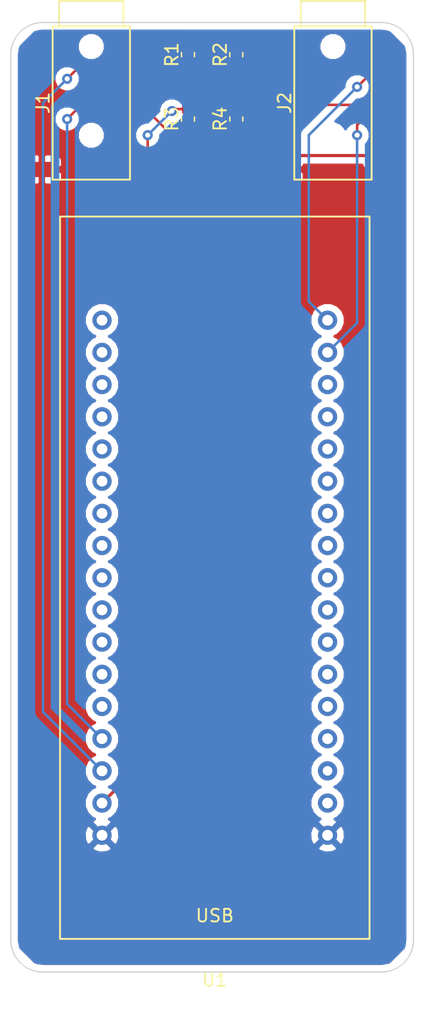
<source format=kicad_pcb>
(kicad_pcb (version 20171130) (host pcbnew 5.0.2-bee76a0~70~ubuntu18.04.1)

  (general
    (thickness 1.6)
    (drawings 8)
    (tracks 51)
    (zones 0)
    (modules 7)
    (nets 34)
  )

  (page A4)
  (layers
    (0 F.Cu signal)
    (31 B.Cu signal)
    (32 B.Adhes user)
    (33 F.Adhes user)
    (34 B.Paste user)
    (35 F.Paste user)
    (36 B.SilkS user)
    (37 F.SilkS user)
    (38 B.Mask user)
    (39 F.Mask user)
    (40 Dwgs.User user)
    (41 Cmts.User user)
    (42 Eco1.User user)
    (43 Eco2.User user)
    (44 Edge.Cuts user)
    (45 Margin user)
    (46 B.CrtYd user)
    (47 F.CrtYd user)
    (48 B.Fab user)
    (49 F.Fab user)
  )

  (setup
    (last_trace_width 0.2)
    (trace_clearance 0.2)
    (zone_clearance 0.508)
    (zone_45_only no)
    (trace_min 0.2)
    (segment_width 0.2)
    (edge_width 0.1)
    (via_size 0.8)
    (via_drill 0.4)
    (via_min_size 0.8)
    (via_min_drill 0.4)
    (uvia_size 0.3)
    (uvia_drill 0.1)
    (uvias_allowed no)
    (uvia_min_size 0.2)
    (uvia_min_drill 0.1)
    (pcb_text_width 0.3)
    (pcb_text_size 1.5 1.5)
    (mod_edge_width 0.15)
    (mod_text_size 1 1)
    (mod_text_width 0.15)
    (pad_size 1.5 1.5)
    (pad_drill 0.6)
    (pad_to_mask_clearance 0)
    (solder_mask_min_width 0.25)
    (aux_axis_origin 116.84 135.89)
    (visible_elements FFFFFF7F)
    (pcbplotparams
      (layerselection 0x010f0_ffffffff)
      (usegerberextensions false)
      (usegerberattributes false)
      (usegerberadvancedattributes false)
      (creategerberjobfile false)
      (excludeedgelayer true)
      (linewidth 0.100000)
      (plotframeref false)
      (viasonmask false)
      (mode 1)
      (useauxorigin false)
      (hpglpennumber 1)
      (hpglpenspeed 20)
      (hpglpendiameter 15.000000)
      (psnegative false)
      (psa4output false)
      (plotreference true)
      (plotvalue true)
      (plotinvisibletext false)
      (padsonsilk false)
      (subtractmaskfromsilk true)
      (outputformat 1)
      (mirror false)
      (drillshape 0)
      (scaleselection 1)
      (outputdirectory "gerber/"))
  )

  (net 0 "")
  (net 1 GND)
  (net 2 3V3)
  (net 3 SDA1)
  (net 4 SCL1)
  (net 5 SCL2)
  (net 6 SDA2)
  (net 7 "Net-(U1-Pad1)")
  (net 8 "Net-(U1-Pad2)")
  (net 9 "Net-(U1-Pad3)")
  (net 10 "Net-(U1-Pad4)")
  (net 11 "Net-(U1-Pad5)")
  (net 12 "Net-(U1-Pad6)")
  (net 13 "Net-(U1-Pad7)")
  (net 14 "Net-(U1-Pad8)")
  (net 15 "Net-(U1-Pad9)")
  (net 16 "Net-(U1-Pad10)")
  (net 17 "Net-(U1-Pad11)")
  (net 18 "Net-(U1-Pad12)")
  (net 19 "Net-(U1-Pad13)")
  (net 20 "Net-(U1-Pad19)")
  (net 21 "Net-(U1-Pad20)")
  (net 22 "Net-(U1-Pad21)")
  (net 23 "Net-(U1-Pad22)")
  (net 24 "Net-(U1-Pad23)")
  (net 25 "Net-(U1-Pad24)")
  (net 26 "Net-(U1-Pad25)")
  (net 27 "Net-(U1-Pad26)")
  (net 28 "Net-(U1-Pad27)")
  (net 29 "Net-(U1-Pad28)")
  (net 30 "Net-(U1-Pad29)")
  (net 31 "Net-(U1-Pad30)")
  (net 32 "Net-(U1-Pad31)")
  (net 33 "Net-(U1-Pad32)")

  (net_class Default "This is the default net class."
    (clearance 0.2)
    (trace_width 0.2)
    (via_dia 0.8)
    (via_drill 0.4)
    (uvia_dia 0.3)
    (uvia_drill 0.1)
    (add_net 3V3)
    (add_net GND)
    (add_net "Net-(U1-Pad1)")
    (add_net "Net-(U1-Pad10)")
    (add_net "Net-(U1-Pad11)")
    (add_net "Net-(U1-Pad12)")
    (add_net "Net-(U1-Pad13)")
    (add_net "Net-(U1-Pad19)")
    (add_net "Net-(U1-Pad2)")
    (add_net "Net-(U1-Pad20)")
    (add_net "Net-(U1-Pad21)")
    (add_net "Net-(U1-Pad22)")
    (add_net "Net-(U1-Pad23)")
    (add_net "Net-(U1-Pad24)")
    (add_net "Net-(U1-Pad25)")
    (add_net "Net-(U1-Pad26)")
    (add_net "Net-(U1-Pad27)")
    (add_net "Net-(U1-Pad28)")
    (add_net "Net-(U1-Pad29)")
    (add_net "Net-(U1-Pad3)")
    (add_net "Net-(U1-Pad30)")
    (add_net "Net-(U1-Pad31)")
    (add_net "Net-(U1-Pad32)")
    (add_net "Net-(U1-Pad4)")
    (add_net "Net-(U1-Pad5)")
    (add_net "Net-(U1-Pad6)")
    (add_net "Net-(U1-Pad7)")
    (add_net "Net-(U1-Pad8)")
    (add_net "Net-(U1-Pad9)")
    (add_net SCL1)
    (add_net SCL2)
    (add_net SDA1)
    (add_net SDA2)
  )

  (module library:TRRS_SMD_PJ320 (layer F.Cu) (tedit 5C163DAE) (tstamp 5BCDA8DD)
    (at 123.19 67.31 270)
    (path /5C162EB1)
    (fp_text reference J1 (at 0 3.81 270) (layer F.SilkS)
      (effects (font (size 1 1) (thickness 0.15)))
    )
    (fp_text value AudioJack4 (at 0 6.35 270) (layer F.Fab)
      (effects (font (size 1 1) (thickness 0.15)))
    )
    (fp_line (start -8.05 2.54) (end -6.05 2.54) (layer F.SilkS) (width 0.15))
    (fp_line (start -8.05 -2.54) (end -8.05 2.54) (layer F.SilkS) (width 0.15))
    (fp_line (start -6.05 -2.54) (end -8.05 -2.54) (layer F.SilkS) (width 0.15))
    (fp_line (start -6.05 3.05) (end -6.05 -3.05) (layer F.SilkS) (width 0.15))
    (fp_line (start 6.05 3.05) (end -6.05 3.05) (layer F.SilkS) (width 0.15))
    (fp_line (start 6.05 -3.05) (end 6.05 3.05) (layer F.SilkS) (width 0.15))
    (fp_line (start -6.05 -3.05) (end 6.05 -3.05) (layer F.SilkS) (width 0.15))
    (pad R2 smd rect (at -2.85 -3.9 270) (size 1.2 2) (layers F.Cu F.Paste F.Mask)
      (net 3 SDA1))
    (pad R1 smd rect (at 0.15 -3.9 270) (size 1.2 2) (layers F.Cu F.Paste F.Mask)
      (net 4 SCL1))
    (pad T smd rect (at 4.15 -3.9 270) (size 1.2 2) (layers F.Cu F.Paste F.Mask)
      (net 2 3V3))
    (pad S smd rect (at 5.25 3.9 270) (size 1.2 2) (layers F.Cu F.Paste F.Mask)
      (net 1 GND))
    (pad "" np_thru_hole circle (at 2.55 0 270) (size 0.95 0.95) (drill 0.95) (layers *.Cu *.Mask))
    (pad "" np_thru_hole circle (at -4.45 0 270) (size 0.95 0.95) (drill 0.95) (layers *.Cu *.Mask))
  )

  (module library:TRRS_SMD_PJ320 (layer F.Cu) (tedit 5C163DAE) (tstamp 5BCDA8EE)
    (at 142.24 67.31 270)
    (path /5C162F8A)
    (fp_text reference J2 (at 0 3.81 270) (layer F.SilkS)
      (effects (font (size 1 1) (thickness 0.15)))
    )
    (fp_text value AudioJack4 (at 0 -6.35 270) (layer F.Fab)
      (effects (font (size 1 1) (thickness 0.15)))
    )
    (fp_line (start -8.05 2.54) (end -6.05 2.54) (layer F.SilkS) (width 0.15))
    (fp_line (start -8.05 -2.54) (end -8.05 2.54) (layer F.SilkS) (width 0.15))
    (fp_line (start -6.05 -2.54) (end -8.05 -2.54) (layer F.SilkS) (width 0.15))
    (fp_line (start -6.05 3.05) (end -6.05 -3.05) (layer F.SilkS) (width 0.15))
    (fp_line (start 6.05 3.05) (end -6.05 3.05) (layer F.SilkS) (width 0.15))
    (fp_line (start 6.05 -3.05) (end 6.05 3.05) (layer F.SilkS) (width 0.15))
    (fp_line (start -6.05 -3.05) (end 6.05 -3.05) (layer F.SilkS) (width 0.15))
    (pad R2 smd rect (at -2.85 -3.9 270) (size 1.2 2) (layers F.Cu F.Paste F.Mask)
      (net 6 SDA2))
    (pad R1 smd rect (at 0.15 -3.9 270) (size 1.2 2) (layers F.Cu F.Paste F.Mask)
      (net 5 SCL2))
    (pad T smd rect (at 4.15 -3.9 270) (size 1.2 2) (layers F.Cu F.Paste F.Mask)
      (net 2 3V3))
    (pad S smd rect (at 5.25 3.9 270) (size 1.2 2) (layers F.Cu F.Paste F.Mask)
      (net 1 GND))
    (pad "" np_thru_hole circle (at 2.55 0 270) (size 0.95 0.95) (drill 0.95) (layers *.Cu *.Mask))
    (pad "" np_thru_hole circle (at -4.45 0 270) (size 0.95 0.95) (drill 0.95) (layers *.Cu *.Mask))
  )

  (module library:BlackPillSimple (layer F.Cu) (tedit 5BC1C1D7) (tstamp 5BCDA919)
    (at 132.925001 104.775001)
    (path /5BC1C845)
    (fp_text reference U1 (at 0 31.75) (layer F.SilkS)
      (effects (font (size 1 1) (thickness 0.15)))
    )
    (fp_text value BlackPillSymple (at 0 34.29) (layer F.Fab)
      (effects (font (size 1 1) (thickness 0.15)))
    )
    (fp_line (start 12.2 -28.5) (end 12.2 28.5) (layer F.SilkS) (width 0.15))
    (fp_line (start -12.2 -28.5) (end -12.2 28.5) (layer F.SilkS) (width 0.15))
    (fp_line (start -12.2 28.5) (end 12.2 28.5) (layer F.SilkS) (width 0.15))
    (fp_line (start -12.2 -28.5) (end 12.2 -28.5) (layer F.SilkS) (width 0.15))
    (fp_text user USB (at 0 26.67) (layer F.SilkS)
      (effects (font (size 1 1) (thickness 0.15)))
    )
    (pad 1 thru_hole circle (at -8.89 -20.32) (size 1.524 1.524) (drill 0.85) (layers *.Cu *.Mask)
      (net 7 "Net-(U1-Pad1)"))
    (pad 2 thru_hole circle (at -8.89 -17.78) (size 1.524 1.524) (drill 0.85) (layers *.Cu *.Mask)
      (net 8 "Net-(U1-Pad2)"))
    (pad 3 thru_hole circle (at -8.89 -15.24) (size 1.524 1.524) (drill 0.85) (layers *.Cu *.Mask)
      (net 9 "Net-(U1-Pad3)"))
    (pad 4 thru_hole circle (at -8.89 -12.7) (size 1.524 1.524) (drill 0.85) (layers *.Cu *.Mask)
      (net 10 "Net-(U1-Pad4)"))
    (pad 5 thru_hole circle (at -8.89 -10.16) (size 1.524 1.524) (drill 0.85) (layers *.Cu *.Mask)
      (net 11 "Net-(U1-Pad5)"))
    (pad 6 thru_hole circle (at -8.89 -7.62) (size 1.524 1.524) (drill 0.85) (layers *.Cu *.Mask)
      (net 12 "Net-(U1-Pad6)"))
    (pad 7 thru_hole circle (at -8.89 -5.08) (size 1.524 1.524) (drill 0.85) (layers *.Cu *.Mask)
      (net 13 "Net-(U1-Pad7)"))
    (pad 8 thru_hole circle (at -8.89 -2.54) (size 1.524 1.524) (drill 0.85) (layers *.Cu *.Mask)
      (net 14 "Net-(U1-Pad8)"))
    (pad 9 thru_hole circle (at -8.89 0) (size 1.524 1.524) (drill 0.85) (layers *.Cu *.Mask)
      (net 15 "Net-(U1-Pad9)"))
    (pad 10 thru_hole circle (at -8.89 2.54) (size 1.524 1.524) (drill 0.85) (layers *.Cu *.Mask)
      (net 16 "Net-(U1-Pad10)"))
    (pad 11 thru_hole circle (at -8.89 5.08) (size 1.524 1.524) (drill 0.85) (layers *.Cu *.Mask)
      (net 17 "Net-(U1-Pad11)"))
    (pad 12 thru_hole circle (at -8.89 7.62) (size 1.524 1.524) (drill 0.85) (layers *.Cu *.Mask)
      (net 18 "Net-(U1-Pad12)"))
    (pad 13 thru_hole circle (at -8.89 10.16) (size 1.524 1.524) (drill 0.85) (layers *.Cu *.Mask)
      (net 19 "Net-(U1-Pad13)"))
    (pad 14 thru_hole circle (at -8.89 12.7) (size 1.524 1.524) (drill 0.85) (layers *.Cu *.Mask)
      (net 4 SCL1))
    (pad 15 thru_hole circle (at -8.89 15.24) (size 1.524 1.524) (drill 0.85) (layers *.Cu *.Mask)
      (net 3 SDA1))
    (pad 16 thru_hole circle (at -8.89 17.78) (size 1.524 1.524) (drill 0.85) (layers *.Cu *.Mask)
      (net 2 3V3))
    (pad 17 thru_hole circle (at -8.89 20.32) (size 1.524 1.524) (drill 0.85) (layers *.Cu *.Mask)
      (net 1 GND))
    (pad 18 thru_hole circle (at 8.89 20.32) (size 1.524 1.524) (drill 0.85) (layers *.Cu *.Mask)
      (net 1 GND))
    (pad 19 thru_hole circle (at 8.89 17.78) (size 1.524 1.524) (drill 0.85) (layers *.Cu *.Mask)
      (net 20 "Net-(U1-Pad19)"))
    (pad 20 thru_hole circle (at 8.89 15.24) (size 1.524 1.524) (drill 0.762) (layers *.Cu *.Mask)
      (net 21 "Net-(U1-Pad20)"))
    (pad 21 thru_hole circle (at 8.89 12.7) (size 1.524 1.524) (drill 0.85) (layers *.Cu *.Mask)
      (net 22 "Net-(U1-Pad21)"))
    (pad 22 thru_hole circle (at 8.89 10.16) (size 1.524 1.524) (drill 0.85) (layers *.Cu *.Mask)
      (net 23 "Net-(U1-Pad22)"))
    (pad 23 thru_hole circle (at 8.89 7.62) (size 1.524 1.524) (drill 0.85) (layers *.Cu *.Mask)
      (net 24 "Net-(U1-Pad23)"))
    (pad 24 thru_hole circle (at 8.89 5.08) (size 1.524 1.524) (drill 0.85) (layers *.Cu *.Mask)
      (net 25 "Net-(U1-Pad24)"))
    (pad 25 thru_hole circle (at 8.89 2.54) (size 1.524 1.524) (drill 0.85) (layers *.Cu *.Mask)
      (net 26 "Net-(U1-Pad25)"))
    (pad 26 thru_hole circle (at 8.89 0) (size 1.524 1.524) (drill 0.85) (layers *.Cu *.Mask)
      (net 27 "Net-(U1-Pad26)"))
    (pad 27 thru_hole circle (at 8.89 -2.54) (size 1.524 1.524) (drill 0.85) (layers *.Cu *.Mask)
      (net 28 "Net-(U1-Pad27)"))
    (pad 28 thru_hole circle (at 8.89 -5.08) (size 1.524 1.524) (drill 0.85) (layers *.Cu *.Mask)
      (net 29 "Net-(U1-Pad28)"))
    (pad 29 thru_hole circle (at 8.89 -7.62) (size 1.524 1.524) (drill 0.85) (layers *.Cu *.Mask)
      (net 30 "Net-(U1-Pad29)"))
    (pad 30 thru_hole circle (at 8.89 -10.16) (size 1.524 1.524) (drill 0.85) (layers *.Cu *.Mask)
      (net 31 "Net-(U1-Pad30)"))
    (pad 31 thru_hole circle (at 8.89 -12.7) (size 1.524 1.524) (drill 0.85) (layers *.Cu *.Mask)
      (net 32 "Net-(U1-Pad31)"))
    (pad 32 thru_hole circle (at 8.89 -15.24) (size 1.524 1.524) (drill 0.85) (layers *.Cu *.Mask)
      (net 33 "Net-(U1-Pad32)"))
    (pad 33 thru_hole circle (at 8.89 -17.78) (size 1.524 1.524) (drill 0.85) (layers *.Cu *.Mask)
      (net 5 SCL2))
    (pad 34 thru_hole circle (at 8.89 -20.32) (size 1.524 1.524) (drill 0.85) (layers *.Cu *.Mask)
      (net 6 SDA2))
  )

  (module Resistor_SMD:R_0603_1608Metric (layer F.Cu) (tedit 5B301BBD) (tstamp 5C22C1A7)
    (at 130.81 63.5 90)
    (descr "Resistor SMD 0603 (1608 Metric), square (rectangular) end terminal, IPC_7351 nominal, (Body size source: http://www.tortai-tech.com/upload/download/2011102023233369053.pdf), generated with kicad-footprint-generator")
    (tags resistor)
    (path /5C163202)
    (attr smd)
    (fp_text reference R1 (at 0 -1.27 90) (layer F.SilkS)
      (effects (font (size 1 1) (thickness 0.15)))
    )
    (fp_text value "2.2 k" (at 0 1.43 90) (layer F.Fab)
      (effects (font (size 1 1) (thickness 0.15)))
    )
    (fp_text user %R (at 0 0 90) (layer F.Fab)
      (effects (font (size 0.4 0.4) (thickness 0.06)))
    )
    (fp_line (start 1.48 0.73) (end -1.48 0.73) (layer F.CrtYd) (width 0.05))
    (fp_line (start 1.48 -0.73) (end 1.48 0.73) (layer F.CrtYd) (width 0.05))
    (fp_line (start -1.48 -0.73) (end 1.48 -0.73) (layer F.CrtYd) (width 0.05))
    (fp_line (start -1.48 0.73) (end -1.48 -0.73) (layer F.CrtYd) (width 0.05))
    (fp_line (start -0.162779 0.51) (end 0.162779 0.51) (layer F.SilkS) (width 0.12))
    (fp_line (start -0.162779 -0.51) (end 0.162779 -0.51) (layer F.SilkS) (width 0.12))
    (fp_line (start 0.8 0.4) (end -0.8 0.4) (layer F.Fab) (width 0.1))
    (fp_line (start 0.8 -0.4) (end 0.8 0.4) (layer F.Fab) (width 0.1))
    (fp_line (start -0.8 -0.4) (end 0.8 -0.4) (layer F.Fab) (width 0.1))
    (fp_line (start -0.8 0.4) (end -0.8 -0.4) (layer F.Fab) (width 0.1))
    (pad 2 smd roundrect (at 0.7875 0 90) (size 0.875 0.95) (layers F.Cu F.Paste F.Mask) (roundrect_rratio 0.25)
      (net 3 SDA1))
    (pad 1 smd roundrect (at -0.7875 0 90) (size 0.875 0.95) (layers F.Cu F.Paste F.Mask) (roundrect_rratio 0.25)
      (net 2 3V3))
    (model ${KISYS3DMOD}/Resistor_SMD.3dshapes/R_0603_1608Metric.wrl
      (at (xyz 0 0 0))
      (scale (xyz 1 1 1))
      (rotate (xyz 0 0 0))
    )
  )

  (module Resistor_SMD:R_0603_1608Metric (layer F.Cu) (tedit 5B301BBD) (tstamp 5C22C1B8)
    (at 134.62 63.5 90)
    (descr "Resistor SMD 0603 (1608 Metric), square (rectangular) end terminal, IPC_7351 nominal, (Body size source: http://www.tortai-tech.com/upload/download/2011102023233369053.pdf), generated with kicad-footprint-generator")
    (tags resistor)
    (path /5C1632D5)
    (attr smd)
    (fp_text reference R2 (at 0 -1.27 90) (layer F.SilkS)
      (effects (font (size 1 1) (thickness 0.15)))
    )
    (fp_text value "2.2 k" (at 0 1.43 90) (layer F.Fab)
      (effects (font (size 1 1) (thickness 0.15)))
    )
    (fp_text user %R (at 0 0 90) (layer F.Fab)
      (effects (font (size 0.4 0.4) (thickness 0.06)))
    )
    (fp_line (start 1.48 0.73) (end -1.48 0.73) (layer F.CrtYd) (width 0.05))
    (fp_line (start 1.48 -0.73) (end 1.48 0.73) (layer F.CrtYd) (width 0.05))
    (fp_line (start -1.48 -0.73) (end 1.48 -0.73) (layer F.CrtYd) (width 0.05))
    (fp_line (start -1.48 0.73) (end -1.48 -0.73) (layer F.CrtYd) (width 0.05))
    (fp_line (start -0.162779 0.51) (end 0.162779 0.51) (layer F.SilkS) (width 0.12))
    (fp_line (start -0.162779 -0.51) (end 0.162779 -0.51) (layer F.SilkS) (width 0.12))
    (fp_line (start 0.8 0.4) (end -0.8 0.4) (layer F.Fab) (width 0.1))
    (fp_line (start 0.8 -0.4) (end 0.8 0.4) (layer F.Fab) (width 0.1))
    (fp_line (start -0.8 -0.4) (end 0.8 -0.4) (layer F.Fab) (width 0.1))
    (fp_line (start -0.8 0.4) (end -0.8 -0.4) (layer F.Fab) (width 0.1))
    (pad 2 smd roundrect (at 0.7875 0 90) (size 0.875 0.95) (layers F.Cu F.Paste F.Mask) (roundrect_rratio 0.25)
      (net 6 SDA2))
    (pad 1 smd roundrect (at -0.7875 0 90) (size 0.875 0.95) (layers F.Cu F.Paste F.Mask) (roundrect_rratio 0.25)
      (net 2 3V3))
    (model ${KISYS3DMOD}/Resistor_SMD.3dshapes/R_0603_1608Metric.wrl
      (at (xyz 0 0 0))
      (scale (xyz 1 1 1))
      (rotate (xyz 0 0 0))
    )
  )

  (module Resistor_SMD:R_0603_1608Metric (layer F.Cu) (tedit 5B301BBD) (tstamp 5C22C1C9)
    (at 130.81 68.58 270)
    (descr "Resistor SMD 0603 (1608 Metric), square (rectangular) end terminal, IPC_7351 nominal, (Body size source: http://www.tortai-tech.com/upload/download/2011102023233369053.pdf), generated with kicad-footprint-generator")
    (tags resistor)
    (path /5C1630EE)
    (attr smd)
    (fp_text reference R3 (at 0 1.27 270) (layer F.SilkS)
      (effects (font (size 1 1) (thickness 0.15)))
    )
    (fp_text value "2.2 k" (at 0 -1.27 270) (layer F.Fab)
      (effects (font (size 1 1) (thickness 0.15)))
    )
    (fp_line (start -0.8 0.4) (end -0.8 -0.4) (layer F.Fab) (width 0.1))
    (fp_line (start -0.8 -0.4) (end 0.8 -0.4) (layer F.Fab) (width 0.1))
    (fp_line (start 0.8 -0.4) (end 0.8 0.4) (layer F.Fab) (width 0.1))
    (fp_line (start 0.8 0.4) (end -0.8 0.4) (layer F.Fab) (width 0.1))
    (fp_line (start -0.162779 -0.51) (end 0.162779 -0.51) (layer F.SilkS) (width 0.12))
    (fp_line (start -0.162779 0.51) (end 0.162779 0.51) (layer F.SilkS) (width 0.12))
    (fp_line (start -1.48 0.73) (end -1.48 -0.73) (layer F.CrtYd) (width 0.05))
    (fp_line (start -1.48 -0.73) (end 1.48 -0.73) (layer F.CrtYd) (width 0.05))
    (fp_line (start 1.48 -0.73) (end 1.48 0.73) (layer F.CrtYd) (width 0.05))
    (fp_line (start 1.48 0.73) (end -1.48 0.73) (layer F.CrtYd) (width 0.05))
    (fp_text user %R (at 0 0 270) (layer F.Fab)
      (effects (font (size 0.4 0.4) (thickness 0.06)))
    )
    (pad 1 smd roundrect (at -0.7875 0 270) (size 0.875 0.95) (layers F.Cu F.Paste F.Mask) (roundrect_rratio 0.25)
      (net 2 3V3))
    (pad 2 smd roundrect (at 0.7875 0 270) (size 0.875 0.95) (layers F.Cu F.Paste F.Mask) (roundrect_rratio 0.25)
      (net 4 SCL1))
    (model ${KISYS3DMOD}/Resistor_SMD.3dshapes/R_0603_1608Metric.wrl
      (at (xyz 0 0 0))
      (scale (xyz 1 1 1))
      (rotate (xyz 0 0 0))
    )
  )

  (module Resistor_SMD:R_0603_1608Metric (layer F.Cu) (tedit 5B301BBD) (tstamp 5C22C1DA)
    (at 134.62 68.58 270)
    (descr "Resistor SMD 0603 (1608 Metric), square (rectangular) end terminal, IPC_7351 nominal, (Body size source: http://www.tortai-tech.com/upload/download/2011102023233369053.pdf), generated with kicad-footprint-generator")
    (tags resistor)
    (path /5C1632C7)
    (attr smd)
    (fp_text reference R4 (at 0 1.27 270) (layer F.SilkS)
      (effects (font (size 1 1) (thickness 0.15)))
    )
    (fp_text value "2.2 k" (at 0 -1.27 270) (layer F.Fab)
      (effects (font (size 1 1) (thickness 0.15)))
    )
    (fp_line (start -0.8 0.4) (end -0.8 -0.4) (layer F.Fab) (width 0.1))
    (fp_line (start -0.8 -0.4) (end 0.8 -0.4) (layer F.Fab) (width 0.1))
    (fp_line (start 0.8 -0.4) (end 0.8 0.4) (layer F.Fab) (width 0.1))
    (fp_line (start 0.8 0.4) (end -0.8 0.4) (layer F.Fab) (width 0.1))
    (fp_line (start -0.162779 -0.51) (end 0.162779 -0.51) (layer F.SilkS) (width 0.12))
    (fp_line (start -0.162779 0.51) (end 0.162779 0.51) (layer F.SilkS) (width 0.12))
    (fp_line (start -1.48 0.73) (end -1.48 -0.73) (layer F.CrtYd) (width 0.05))
    (fp_line (start -1.48 -0.73) (end 1.48 -0.73) (layer F.CrtYd) (width 0.05))
    (fp_line (start 1.48 -0.73) (end 1.48 0.73) (layer F.CrtYd) (width 0.05))
    (fp_line (start 1.48 0.73) (end -1.48 0.73) (layer F.CrtYd) (width 0.05))
    (fp_text user %R (at 0 0 270) (layer F.Fab)
      (effects (font (size 0.4 0.4) (thickness 0.06)))
    )
    (pad 1 smd roundrect (at -0.7875 0 270) (size 0.875 0.95) (layers F.Cu F.Paste F.Mask) (roundrect_rratio 0.25)
      (net 2 3V3))
    (pad 2 smd roundrect (at 0.7875 0 270) (size 0.875 0.95) (layers F.Cu F.Paste F.Mask) (roundrect_rratio 0.25)
      (net 5 SCL2))
    (model ${KISYS3DMOD}/Resistor_SMD.3dshapes/R_0603_1608Metric.wrl
      (at (xyz 0 0 0))
      (scale (xyz 1 1 1))
      (rotate (xyz 0 0 0))
    )
  )

  (gr_line (start 146.05 60.96) (end 119.38 60.96) (layer Edge.Cuts) (width 0.1))
  (gr_arc (start 146.05 63.5) (end 148.59 63.5) (angle -90) (layer Edge.Cuts) (width 0.1))
  (gr_arc (start 119.38 63.5) (end 119.38 60.96) (angle -90) (layer Edge.Cuts) (width 0.1))
  (gr_arc (start 119.38 133.35) (end 116.84 133.35) (angle -90) (layer Edge.Cuts) (width 0.1))
  (gr_arc (start 146.05 133.35) (end 146.05 135.89) (angle -90) (layer Edge.Cuts) (width 0.1))
  (gr_line (start 119.38 135.89) (end 146.05 135.89) (layer Edge.Cuts) (width 0.1))
  (gr_line (start 148.59 133.35) (end 148.59 63.5) (layer Edge.Cuts) (width 0.1))
  (gr_line (start 116.84 63.5) (end 116.84 133.35) (layer Edge.Cuts) (width 0.1))

  (segment (start 145.54 71.46) (end 126.49 71.46) (width 0.25) (layer F.Cu) (net 2))
  (segment (start 126.49 120.100002) (end 124.035001 122.555001) (width 0.25) (layer F.Cu) (net 2))
  (segment (start 126.49 71.46) (end 126.49 120.100002) (width 0.25) (layer F.Cu) (net 2))
  (segment (start 130.81 64.2875) (end 130.81 67.7925) (width 0.2) (layer F.Cu) (net 2))
  (segment (start 134.62 64.2875) (end 134.62 67.7925) (width 0.2) (layer F.Cu) (net 2))
  (segment (start 134.62 67.7925) (end 130.81 67.7925) (width 0.2) (layer F.Cu) (net 2))
  (via (at 129.54 67.945) (size 0.8) (drill 0.4) (layers F.Cu B.Cu) (net 2))
  (segment (start 130.81 67.7925) (end 129.6925 67.7925) (width 0.2) (layer F.Cu) (net 2))
  (segment (start 129.6925 67.7925) (end 129.54 67.945) (width 0.2) (layer F.Cu) (net 2))
  (via (at 127.635 69.85) (size 0.8) (drill 0.4) (layers F.Cu B.Cu) (net 2))
  (segment (start 129.54 67.945) (end 127.635 69.85) (width 0.2) (layer B.Cu) (net 2))
  (segment (start 127.635 70.915) (end 127.09 71.46) (width 0.2) (layer F.Cu) (net 2))
  (segment (start 127.635 69.85) (end 127.635 70.915) (width 0.2) (layer F.Cu) (net 2))
  (segment (start 127.09 63.66) (end 127.09 64.46) (width 0.2) (layer F.Cu) (net 3))
  (segment (start 128.0375 62.7125) (end 127.09 63.66) (width 0.2) (layer F.Cu) (net 3))
  (segment (start 130.81 62.7125) (end 128.0375 62.7125) (width 0.2) (layer F.Cu) (net 3))
  (segment (start 127.09 64.46) (end 122.23 64.46) (width 0.2) (layer F.Cu) (net 3))
  (via (at 121.285 65.405) (size 0.8) (drill 0.4) (layers F.Cu B.Cu) (net 3))
  (segment (start 122.23 64.46) (end 121.285 65.405) (width 0.2) (layer F.Cu) (net 3))
  (segment (start 121.285 65.405) (end 119.38 67.31) (width 0.2) (layer B.Cu) (net 3))
  (segment (start 119.38 115.36) (end 124.035001 120.015001) (width 0.2) (layer B.Cu) (net 3))
  (segment (start 119.38 67.31) (end 119.38 115.36) (width 0.2) (layer B.Cu) (net 3))
  (segment (start 127.15 67.46) (end 127.09 67.46) (width 0.2) (layer F.Cu) (net 4))
  (segment (start 130.81 69.3675) (end 129.0575 69.3675) (width 0.2) (layer F.Cu) (net 4))
  (segment (start 129.0575 69.3675) (end 127.15 67.46) (width 0.2) (layer F.Cu) (net 4))
  (via (at 121.285 68.58) (size 0.8) (drill 0.4) (layers F.Cu B.Cu) (net 4))
  (segment (start 127.09 67.46) (end 122.405 67.46) (width 0.2) (layer F.Cu) (net 4))
  (segment (start 122.405 67.46) (end 121.285 68.58) (width 0.2) (layer F.Cu) (net 4))
  (segment (start 121.285 114.725) (end 124.035001 117.475001) (width 0.2) (layer B.Cu) (net 4))
  (segment (start 121.285 68.58) (end 121.285 114.725) (width 0.2) (layer B.Cu) (net 4))
  (segment (start 144.94 67.46) (end 146.14 67.46) (width 0.2) (layer F.Cu) (net 5))
  (segment (start 137.1025 67.46) (end 144.94 67.46) (width 0.2) (layer F.Cu) (net 5))
  (segment (start 135.195 69.3675) (end 137.1025 67.46) (width 0.2) (layer F.Cu) (net 5))
  (segment (start 134.62 69.3675) (end 135.195 69.3675) (width 0.2) (layer F.Cu) (net 5))
  (via (at 144.145 69.85) (size 0.8) (drill 0.4) (layers F.Cu B.Cu) (net 5))
  (segment (start 144.145 69.055) (end 144.145 69.85) (width 0.2) (layer F.Cu) (net 5))
  (segment (start 146.14 67.46) (end 145.74 67.46) (width 0.2) (layer F.Cu) (net 5))
  (segment (start 145.74 67.46) (end 144.145 69.055) (width 0.2) (layer F.Cu) (net 5))
  (segment (start 144.145 84.665002) (end 141.815001 86.995001) (width 0.2) (layer B.Cu) (net 5))
  (segment (start 144.145 69.85) (end 144.145 84.665002) (width 0.2) (layer B.Cu) (net 5))
  (segment (start 144.94 64.46) (end 146.14 64.46) (width 0.2) (layer F.Cu) (net 6))
  (segment (start 135.195 62.7125) (end 136.9425 64.46) (width 0.2) (layer F.Cu) (net 6))
  (segment (start 136.9425 64.46) (end 144.94 64.46) (width 0.2) (layer F.Cu) (net 6))
  (segment (start 134.62 62.7125) (end 135.195 62.7125) (width 0.2) (layer F.Cu) (net 6))
  (via (at 144.145 66.04) (size 0.8) (drill 0.4) (layers F.Cu B.Cu) (net 6))
  (segment (start 146.14 64.46) (end 145.74 64.46) (width 0.2) (layer F.Cu) (net 6))
  (segment (start 144.16 66.04) (end 144.145 66.04) (width 0.2) (layer F.Cu) (net 6))
  (segment (start 145.74 64.46) (end 144.16 66.04) (width 0.2) (layer F.Cu) (net 6))
  (segment (start 144.145 66.04) (end 140.335 69.85) (width 0.2) (layer B.Cu) (net 6))
  (segment (start 140.335 82.975) (end 141.815001 84.455001) (width 0.2) (layer B.Cu) (net 6))
  (segment (start 140.335 69.85) (end 140.335 82.975) (width 0.2) (layer B.Cu) (net 6))

  (zone (net 1) (net_name GND) (layer F.Cu) (tstamp 5BD56CA3) (hatch edge 0.508)
    (connect_pads (clearance 0.508))
    (min_thickness 0.254)
    (fill yes (arc_segments 16) (thermal_gap 0.508) (thermal_bridge_width 0.508))
    (polygon
      (pts
        (xy 146.05 60.96) (xy 148.59 63.5) (xy 148.59 133.35) (xy 146.05 135.89) (xy 119.38 135.89)
        (xy 116.84 133.35) (xy 116.84 63.5) (xy 119.38 60.96)
      )
    )
    (filled_polygon
      (pts
        (xy 130.222273 61.693495) (xy 129.941261 61.881261) (xy 129.876956 61.9775) (xy 128.109883 61.9775) (xy 128.037499 61.963102)
        (xy 127.965115 61.9775) (xy 127.965112 61.9775) (xy 127.750717 62.020146) (xy 127.507595 62.182595) (xy 127.46659 62.243963)
        (xy 126.621465 63.089089) (xy 126.560095 63.130095) (xy 126.504994 63.21256) (xy 126.09 63.21256) (xy 125.842235 63.261843)
        (xy 125.632191 63.402191) (xy 125.491843 63.612235) (xy 125.469413 63.725) (xy 123.894776 63.725) (xy 124.131012 63.488764)
        (xy 124.3 63.080793) (xy 124.3 62.639207) (xy 124.131012 62.231236) (xy 123.818764 61.918988) (xy 123.410793 61.75)
        (xy 122.969207 61.75) (xy 122.561236 61.918988) (xy 122.248988 62.231236) (xy 122.08 62.639207) (xy 122.08 63.080793)
        (xy 122.248988 63.488764) (xy 122.485224 63.725) (xy 122.302384 63.725) (xy 122.23 63.710602) (xy 122.157616 63.725)
        (xy 122.157612 63.725) (xy 121.943217 63.767646) (xy 121.700095 63.930095) (xy 121.659091 63.991462) (xy 121.280553 64.37)
        (xy 121.079126 64.37) (xy 120.69872 64.527569) (xy 120.407569 64.81872) (xy 120.25 65.199126) (xy 120.25 65.610874)
        (xy 120.407569 65.99128) (xy 120.69872 66.282431) (xy 121.079126 66.44) (xy 121.490874 66.44) (xy 121.87128 66.282431)
        (xy 122.162431 65.99128) (xy 122.32 65.610874) (xy 122.32 65.409447) (xy 122.534447 65.195) (xy 125.469413 65.195)
        (xy 125.491843 65.307765) (xy 125.632191 65.517809) (xy 125.842235 65.658157) (xy 126.09 65.70744) (xy 128.09 65.70744)
        (xy 128.337765 65.658157) (xy 128.547809 65.517809) (xy 128.688157 65.307765) (xy 128.73744 65.06) (xy 128.73744 63.86)
        (xy 128.688157 63.612235) (xy 128.578084 63.4475) (xy 129.876956 63.4475) (xy 129.912036 63.5) (xy 129.753495 63.737273)
        (xy 129.68756 64.06875) (xy 129.68756 64.50625) (xy 129.753495 64.837727) (xy 129.941261 65.118739) (xy 130.075 65.208101)
        (xy 130.075001 66.871899) (xy 129.941261 66.961261) (xy 129.925733 66.9845) (xy 129.745874 66.91) (xy 129.334126 66.91)
        (xy 128.95372 67.067569) (xy 128.73744 67.283849) (xy 128.73744 66.86) (xy 128.688157 66.612235) (xy 128.547809 66.402191)
        (xy 128.337765 66.261843) (xy 128.09 66.21256) (xy 126.09 66.21256) (xy 125.842235 66.261843) (xy 125.632191 66.402191)
        (xy 125.491843 66.612235) (xy 125.469413 66.725) (xy 122.477383 66.725) (xy 122.404999 66.710602) (xy 122.332615 66.725)
        (xy 122.332612 66.725) (xy 122.118217 66.767646) (xy 121.875095 66.930095) (xy 121.83409 66.991463) (xy 121.280554 67.545)
        (xy 121.079126 67.545) (xy 120.69872 67.702569) (xy 120.407569 67.99372) (xy 120.25 68.374126) (xy 120.25 68.785874)
        (xy 120.407569 69.16628) (xy 120.69872 69.457431) (xy 121.079126 69.615) (xy 121.490874 69.615) (xy 121.87128 69.457431)
        (xy 122.162431 69.16628) (xy 122.32 68.785874) (xy 122.32 68.584446) (xy 122.709447 68.195) (xy 125.469413 68.195)
        (xy 125.491843 68.307765) (xy 125.632191 68.517809) (xy 125.842235 68.658157) (xy 126.09 68.70744) (xy 127.357994 68.70744)
        (xy 127.465554 68.815) (xy 127.429126 68.815) (xy 127.04872 68.972569) (xy 126.757569 69.26372) (xy 126.6 69.644126)
        (xy 126.6 70.055874) (xy 126.664901 70.21256) (xy 126.09 70.21256) (xy 125.842235 70.261843) (xy 125.632191 70.402191)
        (xy 125.491843 70.612235) (xy 125.44256 70.86) (xy 125.44256 72.06) (xy 125.491843 72.307765) (xy 125.632191 72.517809)
        (xy 125.73 72.583163) (xy 125.730001 119.785199) (xy 125.432001 120.083199) (xy 125.432001 119.73712) (xy 125.219321 119.223664)
        (xy 124.826338 118.830681) (xy 124.619488 118.745001) (xy 124.826338 118.659321) (xy 125.219321 118.266338) (xy 125.432001 117.752882)
        (xy 125.432001 117.19712) (xy 125.219321 116.683664) (xy 124.826338 116.290681) (xy 124.619488 116.205001) (xy 124.826338 116.119321)
        (xy 125.219321 115.726338) (xy 125.432001 115.212882) (xy 125.432001 114.65712) (xy 125.219321 114.143664) (xy 124.826338 113.750681)
        (xy 124.619488 113.665001) (xy 124.826338 113.579321) (xy 125.219321 113.186338) (xy 125.432001 112.672882) (xy 125.432001 112.11712)
        (xy 125.219321 111.603664) (xy 124.826338 111.210681) (xy 124.619488 111.125001) (xy 124.826338 111.039321) (xy 125.219321 110.646338)
        (xy 125.432001 110.132882) (xy 125.432001 109.57712) (xy 125.219321 109.063664) (xy 124.826338 108.670681) (xy 124.619488 108.585001)
        (xy 124.826338 108.499321) (xy 125.219321 108.106338) (xy 125.432001 107.592882) (xy 125.432001 107.03712) (xy 125.219321 106.523664)
        (xy 124.826338 106.130681) (xy 124.619488 106.045001) (xy 124.826338 105.959321) (xy 125.219321 105.566338) (xy 125.432001 105.052882)
        (xy 125.432001 104.49712) (xy 125.219321 103.983664) (xy 124.826338 103.590681) (xy 124.619488 103.505001) (xy 124.826338 103.419321)
        (xy 125.219321 103.026338) (xy 125.432001 102.512882) (xy 125.432001 101.95712) (xy 125.219321 101.443664) (xy 124.826338 101.050681)
        (xy 124.619488 100.965001) (xy 124.826338 100.879321) (xy 125.219321 100.486338) (xy 125.432001 99.972882) (xy 125.432001 99.41712)
        (xy 125.219321 98.903664) (xy 124.826338 98.510681) (xy 124.619488 98.425001) (xy 124.826338 98.339321) (xy 125.219321 97.946338)
        (xy 125.432001 97.432882) (xy 125.432001 96.87712) (xy 125.219321 96.363664) (xy 124.826338 95.970681) (xy 124.619488 95.885001)
        (xy 124.826338 95.799321) (xy 125.219321 95.406338) (xy 125.432001 94.892882) (xy 125.432001 94.33712) (xy 125.219321 93.823664)
        (xy 124.826338 93.430681) (xy 124.619488 93.345001) (xy 124.826338 93.259321) (xy 125.219321 92.866338) (xy 125.432001 92.352882)
        (xy 125.432001 91.79712) (xy 125.219321 91.283664) (xy 124.826338 90.890681) (xy 124.619488 90.805001) (xy 124.826338 90.719321)
        (xy 125.219321 90.326338) (xy 125.432001 89.812882) (xy 125.432001 89.25712) (xy 125.219321 88.743664) (xy 124.826338 88.350681)
        (xy 124.619488 88.265001) (xy 124.826338 88.179321) (xy 125.219321 87.786338) (xy 125.432001 87.272882) (xy 125.432001 86.71712)
        (xy 125.219321 86.203664) (xy 124.826338 85.810681) (xy 124.619488 85.725001) (xy 124.826338 85.639321) (xy 125.219321 85.246338)
        (xy 125.432001 84.732882) (xy 125.432001 84.17712) (xy 125.219321 83.663664) (xy 124.826338 83.270681) (xy 124.312882 83.058001)
        (xy 123.75712 83.058001) (xy 123.243664 83.270681) (xy 122.850681 83.663664) (xy 122.638001 84.17712) (xy 122.638001 84.732882)
        (xy 122.850681 85.246338) (xy 123.243664 85.639321) (xy 123.450514 85.725001) (xy 123.243664 85.810681) (xy 122.850681 86.203664)
        (xy 122.638001 86.71712) (xy 122.638001 87.272882) (xy 122.850681 87.786338) (xy 123.243664 88.179321) (xy 123.450514 88.265001)
        (xy 123.243664 88.350681) (xy 122.850681 88.743664) (xy 122.638001 89.25712) (xy 122.638001 89.812882) (xy 122.850681 90.326338)
        (xy 123.243664 90.719321) (xy 123.450514 90.805001) (xy 123.243664 90.890681) (xy 122.850681 91.283664) (xy 122.638001 91.79712)
        (xy 122.638001 92.352882) (xy 122.850681 92.866338) (xy 123.243664 93.259321) (xy 123.450514 93.345001) (xy 123.243664 93.430681)
        (xy 122.850681 93.823664) (xy 122.638001 94.33712) (xy 122.638001 94.892882) (xy 122.850681 95.406338) (xy 123.243664 95.799321)
        (xy 123.450514 95.885001) (xy 123.243664 95.970681) (xy 122.850681 96.363664) (xy 122.638001 96.87712) (xy 122.638001 97.432882)
        (xy 122.850681 97.946338) (xy 123.243664 98.339321) (xy 123.450514 98.425001) (xy 123.243664 98.510681) (xy 122.850681 98.903664)
        (xy 122.638001 99.41712) (xy 122.638001 99.972882) (xy 122.850681 100.486338) (xy 123.243664 100.879321) (xy 123.450514 100.965001)
        (xy 123.243664 101.050681) (xy 122.850681 101.443664) (xy 122.638001 101.95712) (xy 122.638001 102.512882) (xy 122.850681 103.026338)
        (xy 123.243664 103.419321) (xy 123.450514 103.505001) (xy 123.243664 103.590681) (xy 122.850681 103.983664) (xy 122.638001 104.49712)
        (xy 122.638001 105.052882) (xy 122.850681 105.566338) (xy 123.243664 105.959321) (xy 123.450514 106.045001) (xy 123.243664 106.130681)
        (xy 122.850681 106.523664) (xy 122.638001 107.03712) (xy 122.638001 107.592882) (xy 122.850681 108.106338) (xy 123.243664 108.499321)
        (xy 123.450514 108.585001) (xy 123.243664 108.670681) (xy 122.850681 109.063664) (xy 122.638001 109.57712) (xy 122.638001 110.132882)
        (xy 122.850681 110.646338) (xy 123.243664 111.039321) (xy 123.450514 111.125001) (xy 123.243664 111.210681) (xy 122.850681 111.603664)
        (xy 122.638001 112.11712) (xy 122.638001 112.672882) (xy 122.850681 113.186338) (xy 123.243664 113.579321) (xy 123.450514 113.665001)
        (xy 123.243664 113.750681) (xy 122.850681 114.143664) (xy 122.638001 114.65712) (xy 122.638001 115.212882) (xy 122.850681 115.726338)
        (xy 123.243664 116.119321) (xy 123.450514 116.205001) (xy 123.243664 116.290681) (xy 122.850681 116.683664) (xy 122.638001 117.19712)
        (xy 122.638001 117.752882) (xy 122.850681 118.266338) (xy 123.243664 118.659321) (xy 123.450514 118.745001) (xy 123.243664 118.830681)
        (xy 122.850681 119.223664) (xy 122.638001 119.73712) (xy 122.638001 120.292882) (xy 122.850681 120.806338) (xy 123.243664 121.199321)
        (xy 123.450514 121.285001) (xy 123.243664 121.370681) (xy 122.850681 121.763664) (xy 122.638001 122.27712) (xy 122.638001 122.832882)
        (xy 122.850681 123.346338) (xy 123.243664 123.739321) (xy 123.434648 123.818429) (xy 123.303858 123.872604) (xy 123.234393 124.114788)
        (xy 124.035001 124.915396) (xy 124.835609 124.114788) (xy 124.766144 123.872604) (xy 124.625608 123.822466) (xy 124.826338 123.739321)
        (xy 125.219321 123.346338) (xy 125.432001 122.832882) (xy 125.432001 122.27712) (xy 125.419021 122.245783) (xy 126.974473 120.690331)
        (xy 127.037929 120.647931) (xy 127.205904 120.396539) (xy 127.25 120.174854) (xy 127.25 120.174849) (xy 127.264888 120.100002)
        (xy 127.25 120.025155) (xy 127.25 84.17712) (xy 140.418001 84.17712) (xy 140.418001 84.732882) (xy 140.630681 85.246338)
        (xy 141.023664 85.639321) (xy 141.230514 85.725001) (xy 141.023664 85.810681) (xy 140.630681 86.203664) (xy 140.418001 86.71712)
        (xy 140.418001 87.272882) (xy 140.630681 87.786338) (xy 141.023664 88.179321) (xy 141.230514 88.265001) (xy 141.023664 88.350681)
        (xy 140.630681 88.743664) (xy 140.418001 89.25712) (xy 140.418001 89.812882) (xy 140.630681 90.326338) (xy 141.023664 90.719321)
        (xy 141.230514 90.805001) (xy 141.023664 90.890681) (xy 140.630681 91.283664) (xy 140.418001 91.79712) (xy 140.418001 92.352882)
        (xy 140.630681 92.866338) (xy 141.023664 93.259321) (xy 141.230514 93.345001) (xy 141.023664 93.430681) (xy 140.630681 93.823664)
        (xy 140.418001 94.33712) (xy 140.418001 94.892882) (xy 140.630681 95.406338) (xy 141.023664 95.799321) (xy 141.230514 95.885001)
        (xy 141.023664 95.970681) (xy 140.630681 96.363664) (xy 140.418001 96.87712) (xy 140.418001 97.432882) (xy 140.630681 97.946338)
        (xy 141.023664 98.339321) (xy 141.230514 98.425001) (xy 141.023664 98.510681) (xy 140.630681 98.903664) (xy 140.418001 99.41712)
        (xy 140.418001 99.972882) (xy 140.630681 100.486338) (xy 141.023664 100.879321) (xy 141.230514 100.965001) (xy 141.023664 101.050681)
        (xy 140.630681 101.443664) (xy 140.418001 101.95712) (xy 140.418001 102.512882) (xy 140.630681 103.026338) (xy 141.023664 103.419321)
        (xy 141.230514 103.505001) (xy 141.023664 103.590681) (xy 140.630681 103.983664) (xy 140.418001 104.49712) (xy 140.418001 105.052882)
        (xy 140.630681 105.566338) (xy 141.023664 105.959321) (xy 141.230514 106.045001) (xy 141.023664 106.130681) (xy 140.630681 106.523664)
        (xy 140.418001 107.03712) (xy 140.418001 107.592882) (xy 140.630681 108.106338) (xy 141.023664 108.499321) (xy 141.230514 108.585001)
        (xy 141.023664 108.670681) (xy 140.630681 109.063664) (xy 140.418001 109.57712) (xy 140.418001 110.132882) (xy 140.630681 110.646338)
        (xy 141.023664 111.039321) (xy 141.230514 111.125001) (xy 141.023664 111.210681) (xy 140.630681 111.603664) (xy 140.418001 112.11712)
        (xy 140.418001 112.672882) (xy 140.630681 113.186338) (xy 141.023664 113.579321) (xy 141.230514 113.665001) (xy 141.023664 113.750681)
        (xy 140.630681 114.143664) (xy 140.418001 114.65712) (xy 140.418001 115.212882) (xy 140.630681 115.726338) (xy 141.023664 116.119321)
        (xy 141.230514 116.205001) (xy 141.023664 116.290681) (xy 140.630681 116.683664) (xy 140.418001 117.19712) (xy 140.418001 117.752882)
        (xy 140.630681 118.266338) (xy 141.023664 118.659321) (xy 141.230514 118.745001) (xy 141.023664 118.830681) (xy 140.630681 119.223664)
        (xy 140.418001 119.73712) (xy 140.418001 120.292882) (xy 140.630681 120.806338) (xy 141.023664 121.199321) (xy 141.230514 121.285001)
        (xy 141.023664 121.370681) (xy 140.630681 121.763664) (xy 140.418001 122.27712) (xy 140.418001 122.832882) (xy 140.630681 123.346338)
        (xy 141.023664 123.739321) (xy 141.214648 123.818429) (xy 141.083858 123.872604) (xy 141.014393 124.114788) (xy 141.815001 124.915396)
        (xy 142.615609 124.114788) (xy 142.546144 123.872604) (xy 142.405608 123.822466) (xy 142.606338 123.739321) (xy 142.999321 123.346338)
        (xy 143.212001 122.832882) (xy 143.212001 122.27712) (xy 142.999321 121.763664) (xy 142.606338 121.370681) (xy 142.399488 121.285001)
        (xy 142.606338 121.199321) (xy 142.999321 120.806338) (xy 143.212001 120.292882) (xy 143.212001 119.73712) (xy 142.999321 119.223664)
        (xy 142.606338 118.830681) (xy 142.399488 118.745001) (xy 142.606338 118.659321) (xy 142.999321 118.266338) (xy 143.212001 117.752882)
        (xy 143.212001 117.19712) (xy 142.999321 116.683664) (xy 142.606338 116.290681) (xy 142.399488 116.205001) (xy 142.606338 116.119321)
        (xy 142.999321 115.726338) (xy 143.212001 115.212882) (xy 143.212001 114.65712) (xy 142.999321 114.143664) (xy 142.606338 113.750681)
        (xy 142.399488 113.665001) (xy 142.606338 113.579321) (xy 142.999321 113.186338) (xy 143.212001 112.672882) (xy 143.212001 112.11712)
        (xy 142.999321 111.603664) (xy 142.606338 111.210681) (xy 142.399488 111.125001) (xy 142.606338 111.039321) (xy 142.999321 110.646338)
        (xy 143.212001 110.132882) (xy 143.212001 109.57712) (xy 142.999321 109.063664) (xy 142.606338 108.670681) (xy 142.399488 108.585001)
        (xy 142.606338 108.499321) (xy 142.999321 108.106338) (xy 143.212001 107.592882) (xy 143.212001 107.03712) (xy 142.999321 106.523664)
        (xy 142.606338 106.130681) (xy 142.399488 106.045001) (xy 142.606338 105.959321) (xy 142.999321 105.566338) (xy 143.212001 105.052882)
        (xy 143.212001 104.49712) (xy 142.999321 103.983664) (xy 142.606338 103.590681) (xy 142.399488 103.505001) (xy 142.606338 103.419321)
        (xy 142.999321 103.026338) (xy 143.212001 102.512882) (xy 143.212001 101.95712) (xy 142.999321 101.443664) (xy 142.606338 101.050681)
        (xy 142.399488 100.965001) (xy 142.606338 100.879321) (xy 142.999321 100.486338) (xy 143.212001 99.972882) (xy 143.212001 99.41712)
        (xy 142.999321 98.903664) (xy 142.606338 98.510681) (xy 142.399488 98.425001) (xy 142.606338 98.339321) (xy 142.999321 97.946338)
        (xy 143.212001 97.432882) (xy 143.212001 96.87712) (xy 142.999321 96.363664) (xy 142.606338 95.970681) (xy 142.399488 95.885001)
        (xy 142.606338 95.799321) (xy 142.999321 95.406338) (xy 143.212001 94.892882) (xy 143.212001 94.33712) (xy 142.999321 93.823664)
        (xy 142.606338 93.430681) (xy 142.399488 93.345001) (xy 142.606338 93.259321) (xy 142.999321 92.866338) (xy 143.212001 92.352882)
        (xy 143.212001 91.79712) (xy 142.999321 91.283664) (xy 142.606338 90.890681) (xy 142.399488 90.805001) (xy 142.606338 90.719321)
        (xy 142.999321 90.326338) (xy 143.212001 89.812882) (xy 143.212001 89.25712) (xy 142.999321 88.743664) (xy 142.606338 88.350681)
        (xy 142.399488 88.265001) (xy 142.606338 88.179321) (xy 142.999321 87.786338) (xy 143.212001 87.272882) (xy 143.212001 86.71712)
        (xy 142.999321 86.203664) (xy 142.606338 85.810681) (xy 142.399488 85.725001) (xy 142.606338 85.639321) (xy 142.999321 85.246338)
        (xy 143.212001 84.732882) (xy 143.212001 84.17712) (xy 142.999321 83.663664) (xy 142.606338 83.270681) (xy 142.092882 83.058001)
        (xy 141.53712 83.058001) (xy 141.023664 83.270681) (xy 140.630681 83.663664) (xy 140.418001 84.17712) (xy 127.25 84.17712)
        (xy 127.25 72.84575) (xy 136.705 72.84575) (xy 136.705 73.286309) (xy 136.801673 73.519698) (xy 136.980301 73.698327)
        (xy 137.21369 73.795) (xy 138.05425 73.795) (xy 138.213 73.63625) (xy 138.213 72.687) (xy 138.467 72.687)
        (xy 138.467 73.63625) (xy 138.62575 73.795) (xy 139.46631 73.795) (xy 139.699699 73.698327) (xy 139.878327 73.519698)
        (xy 139.975 73.286309) (xy 139.975 72.84575) (xy 139.81625 72.687) (xy 138.467 72.687) (xy 138.213 72.687)
        (xy 136.86375 72.687) (xy 136.705 72.84575) (xy 127.25 72.84575) (xy 127.25 72.70744) (xy 128.09 72.70744)
        (xy 128.337765 72.658157) (xy 128.547809 72.517809) (xy 128.688157 72.307765) (xy 128.705614 72.22) (xy 136.705 72.22)
        (xy 136.705 72.27425) (xy 136.86375 72.433) (xy 138.213 72.433) (xy 138.213 72.413) (xy 138.467 72.413)
        (xy 138.467 72.433) (xy 139.81625 72.433) (xy 139.975 72.27425) (xy 139.975 72.22) (xy 144.524386 72.22)
        (xy 144.541843 72.307765) (xy 144.682191 72.517809) (xy 144.892235 72.658157) (xy 145.14 72.70744) (xy 147.14 72.70744)
        (xy 147.387765 72.658157) (xy 147.597809 72.517809) (xy 147.738157 72.307765) (xy 147.78744 72.06) (xy 147.78744 70.86)
        (xy 147.738157 70.612235) (xy 147.597809 70.402191) (xy 147.387765 70.261843) (xy 147.14 70.21256) (xy 145.14 70.21256)
        (xy 145.112863 70.217958) (xy 145.18 70.055874) (xy 145.18 69.644126) (xy 145.022431 69.26372) (xy 144.999079 69.240368)
        (xy 145.532007 68.70744) (xy 147.14 68.70744) (xy 147.387765 68.658157) (xy 147.597809 68.517809) (xy 147.738157 68.307765)
        (xy 147.78744 68.06) (xy 147.78744 66.86) (xy 147.738157 66.612235) (xy 147.597809 66.402191) (xy 147.387765 66.261843)
        (xy 147.14 66.21256) (xy 145.18 66.21256) (xy 145.18 66.059446) (xy 145.532007 65.70744) (xy 147.14 65.70744)
        (xy 147.387765 65.658157) (xy 147.597809 65.517809) (xy 147.738157 65.307765) (xy 147.78744 65.06) (xy 147.78744 63.86)
        (xy 147.738157 63.612235) (xy 147.597809 63.402191) (xy 147.387765 63.261843) (xy 147.14 63.21256) (xy 145.14 63.21256)
        (xy 144.892235 63.261843) (xy 144.682191 63.402191) (xy 144.541843 63.612235) (xy 144.519413 63.725) (xy 142.944776 63.725)
        (xy 143.181012 63.488764) (xy 143.35 63.080793) (xy 143.35 62.639207) (xy 143.181012 62.231236) (xy 142.868764 61.918988)
        (xy 142.460793 61.75) (xy 142.019207 61.75) (xy 141.611236 61.918988) (xy 141.298988 62.231236) (xy 141.13 62.639207)
        (xy 141.13 63.080793) (xy 141.298988 63.488764) (xy 141.535224 63.725) (xy 137.246947 63.725) (xy 135.765911 62.243965)
        (xy 135.724905 62.182595) (xy 135.661998 62.140562) (xy 135.488739 61.881261) (xy 135.207727 61.693495) (xy 134.963927 61.645)
        (xy 146.006899 61.645) (xy 146.509967 61.708552) (xy 146.690375 61.779981) (xy 147.782531 62.872137) (xy 147.809032 62.928454)
        (xy 147.902019 63.415913) (xy 147.905001 63.510792) (xy 147.905 133.306907) (xy 147.841448 133.809967) (xy 147.770019 133.990375)
        (xy 146.677863 135.082531) (xy 146.621546 135.109032) (xy 146.134087 135.202019) (xy 146.03924 135.205) (xy 119.423093 135.205)
        (xy 118.920033 135.141448) (xy 118.739625 135.070019) (xy 117.647469 133.977863) (xy 117.620968 133.921546) (xy 117.527981 133.434087)
        (xy 117.525 133.33924) (xy 117.525 126.075214) (xy 123.234393 126.075214) (xy 123.303858 126.317398) (xy 123.827303 126.504145)
        (xy 124.382369 126.476363) (xy 124.766144 126.317398) (xy 124.835609 126.075214) (xy 141.014393 126.075214) (xy 141.083858 126.317398)
        (xy 141.607303 126.504145) (xy 142.162369 126.476363) (xy 142.546144 126.317398) (xy 142.615609 126.075214) (xy 141.815001 125.274606)
        (xy 141.014393 126.075214) (xy 124.835609 126.075214) (xy 124.035001 125.274606) (xy 123.234393 126.075214) (xy 117.525 126.075214)
        (xy 117.525 124.887303) (xy 122.625857 124.887303) (xy 122.653639 125.442369) (xy 122.812604 125.826144) (xy 123.054788 125.895609)
        (xy 123.855396 125.095001) (xy 124.214606 125.095001) (xy 125.015214 125.895609) (xy 125.257398 125.826144) (xy 125.444145 125.302699)
        (xy 125.423354 124.887303) (xy 140.405857 124.887303) (xy 140.433639 125.442369) (xy 140.592604 125.826144) (xy 140.834788 125.895609)
        (xy 141.635396 125.095001) (xy 141.994606 125.095001) (xy 142.795214 125.895609) (xy 143.037398 125.826144) (xy 143.224145 125.302699)
        (xy 143.196363 124.747633) (xy 143.037398 124.363858) (xy 142.795214 124.294393) (xy 141.994606 125.095001) (xy 141.635396 125.095001)
        (xy 140.834788 124.294393) (xy 140.592604 124.363858) (xy 140.405857 124.887303) (xy 125.423354 124.887303) (xy 125.416363 124.747633)
        (xy 125.257398 124.363858) (xy 125.015214 124.294393) (xy 124.214606 125.095001) (xy 123.855396 125.095001) (xy 123.054788 124.294393)
        (xy 122.812604 124.363858) (xy 122.625857 124.887303) (xy 117.525 124.887303) (xy 117.525 72.84575) (xy 117.655 72.84575)
        (xy 117.655 73.286309) (xy 117.751673 73.519698) (xy 117.930301 73.698327) (xy 118.16369 73.795) (xy 119.00425 73.795)
        (xy 119.163 73.63625) (xy 119.163 72.687) (xy 119.417 72.687) (xy 119.417 73.63625) (xy 119.57575 73.795)
        (xy 120.41631 73.795) (xy 120.649699 73.698327) (xy 120.828327 73.519698) (xy 120.925 73.286309) (xy 120.925 72.84575)
        (xy 120.76625 72.687) (xy 119.417 72.687) (xy 119.163 72.687) (xy 117.81375 72.687) (xy 117.655 72.84575)
        (xy 117.525 72.84575) (xy 117.525 71.833691) (xy 117.655 71.833691) (xy 117.655 72.27425) (xy 117.81375 72.433)
        (xy 119.163 72.433) (xy 119.163 71.48375) (xy 119.417 71.48375) (xy 119.417 72.433) (xy 120.76625 72.433)
        (xy 120.925 72.27425) (xy 120.925 71.833691) (xy 120.828327 71.600302) (xy 120.649699 71.421673) (xy 120.41631 71.325)
        (xy 119.57575 71.325) (xy 119.417 71.48375) (xy 119.163 71.48375) (xy 119.00425 71.325) (xy 118.16369 71.325)
        (xy 117.930301 71.421673) (xy 117.751673 71.600302) (xy 117.655 71.833691) (xy 117.525 71.833691) (xy 117.525 69.639207)
        (xy 122.08 69.639207) (xy 122.08 70.080793) (xy 122.248988 70.488764) (xy 122.561236 70.801012) (xy 122.969207 70.97)
        (xy 123.410793 70.97) (xy 123.818764 70.801012) (xy 124.131012 70.488764) (xy 124.3 70.080793) (xy 124.3 69.639207)
        (xy 124.131012 69.231236) (xy 123.818764 68.918988) (xy 123.410793 68.75) (xy 122.969207 68.75) (xy 122.561236 68.918988)
        (xy 122.248988 69.231236) (xy 122.08 69.639207) (xy 117.525 69.639207) (xy 117.525 63.543101) (xy 117.588552 63.040033)
        (xy 117.659981 62.859625) (xy 118.752137 61.767469) (xy 118.808454 61.740968) (xy 119.295913 61.647981) (xy 119.39076 61.645)
        (xy 130.466073 61.645)
      )
    )
  )
  (zone (net 1) (net_name GND) (layer B.Cu) (tstamp 5BD56CA0) (hatch edge 0.508)
    (connect_pads (clearance 0.508))
    (min_thickness 0.254)
    (fill yes (arc_segments 16) (thermal_gap 0.508) (thermal_bridge_width 0.508))
    (polygon
      (pts
        (xy 146.05 60.96) (xy 148.59 63.5) (xy 148.59 133.35) (xy 146.05 135.89) (xy 119.38 135.89)
        (xy 116.84 133.35) (xy 116.84 63.5) (xy 119.38 60.96)
      )
    )
    (filled_polygon
      (pts
        (xy 146.509967 61.708552) (xy 146.690375 61.779981) (xy 147.782531 62.872137) (xy 147.809032 62.928454) (xy 147.902019 63.415913)
        (xy 147.905001 63.510792) (xy 147.905 133.306907) (xy 147.841448 133.809967) (xy 147.770019 133.990375) (xy 146.677863 135.082531)
        (xy 146.621546 135.109032) (xy 146.134087 135.202019) (xy 146.03924 135.205) (xy 119.423093 135.205) (xy 118.920033 135.141448)
        (xy 118.739625 135.070019) (xy 117.647469 133.977863) (xy 117.620968 133.921546) (xy 117.527981 133.434087) (xy 117.525 133.33924)
        (xy 117.525 126.075214) (xy 123.234393 126.075214) (xy 123.303858 126.317398) (xy 123.827303 126.504145) (xy 124.382369 126.476363)
        (xy 124.766144 126.317398) (xy 124.835609 126.075214) (xy 141.014393 126.075214) (xy 141.083858 126.317398) (xy 141.607303 126.504145)
        (xy 142.162369 126.476363) (xy 142.546144 126.317398) (xy 142.615609 126.075214) (xy 141.815001 125.274606) (xy 141.014393 126.075214)
        (xy 124.835609 126.075214) (xy 124.035001 125.274606) (xy 123.234393 126.075214) (xy 117.525 126.075214) (xy 117.525 124.887303)
        (xy 122.625857 124.887303) (xy 122.653639 125.442369) (xy 122.812604 125.826144) (xy 123.054788 125.895609) (xy 123.855396 125.095001)
        (xy 124.214606 125.095001) (xy 125.015214 125.895609) (xy 125.257398 125.826144) (xy 125.444145 125.302699) (xy 125.423354 124.887303)
        (xy 140.405857 124.887303) (xy 140.433639 125.442369) (xy 140.592604 125.826144) (xy 140.834788 125.895609) (xy 141.635396 125.095001)
        (xy 141.994606 125.095001) (xy 142.795214 125.895609) (xy 143.037398 125.826144) (xy 143.224145 125.302699) (xy 143.196363 124.747633)
        (xy 143.037398 124.363858) (xy 142.795214 124.294393) (xy 141.994606 125.095001) (xy 141.635396 125.095001) (xy 140.834788 124.294393)
        (xy 140.592604 124.363858) (xy 140.405857 124.887303) (xy 125.423354 124.887303) (xy 125.416363 124.747633) (xy 125.257398 124.363858)
        (xy 125.015214 124.294393) (xy 124.214606 125.095001) (xy 123.855396 125.095001) (xy 123.054788 124.294393) (xy 122.812604 124.363858)
        (xy 122.625857 124.887303) (xy 117.525 124.887303) (xy 117.525 67.31) (xy 118.630602 67.31) (xy 118.645 67.382384)
        (xy 118.645001 115.287611) (xy 118.630602 115.36) (xy 118.687646 115.646782) (xy 118.687647 115.646783) (xy 118.850096 115.889905)
        (xy 118.911463 115.930909) (xy 122.661336 119.680783) (xy 122.638001 119.73712) (xy 122.638001 120.292882) (xy 122.850681 120.806338)
        (xy 123.243664 121.199321) (xy 123.450514 121.285001) (xy 123.243664 121.370681) (xy 122.850681 121.763664) (xy 122.638001 122.27712)
        (xy 122.638001 122.832882) (xy 122.850681 123.346338) (xy 123.243664 123.739321) (xy 123.434648 123.818429) (xy 123.303858 123.872604)
        (xy 123.234393 124.114788) (xy 124.035001 124.915396) (xy 124.835609 124.114788) (xy 124.766144 123.872604) (xy 124.625608 123.822466)
        (xy 124.826338 123.739321) (xy 125.219321 123.346338) (xy 125.432001 122.832882) (xy 125.432001 122.27712) (xy 125.219321 121.763664)
        (xy 124.826338 121.370681) (xy 124.619488 121.285001) (xy 124.826338 121.199321) (xy 125.219321 120.806338) (xy 125.432001 120.292882)
        (xy 125.432001 119.73712) (xy 125.219321 119.223664) (xy 124.826338 118.830681) (xy 124.619488 118.745001) (xy 124.826338 118.659321)
        (xy 125.219321 118.266338) (xy 125.432001 117.752882) (xy 125.432001 117.19712) (xy 125.219321 116.683664) (xy 124.826338 116.290681)
        (xy 124.619488 116.205001) (xy 124.826338 116.119321) (xy 125.219321 115.726338) (xy 125.432001 115.212882) (xy 125.432001 114.65712)
        (xy 125.219321 114.143664) (xy 124.826338 113.750681) (xy 124.619488 113.665001) (xy 124.826338 113.579321) (xy 125.219321 113.186338)
        (xy 125.432001 112.672882) (xy 125.432001 112.11712) (xy 125.219321 111.603664) (xy 124.826338 111.210681) (xy 124.619488 111.125001)
        (xy 124.826338 111.039321) (xy 125.219321 110.646338) (xy 125.432001 110.132882) (xy 125.432001 109.57712) (xy 125.219321 109.063664)
        (xy 124.826338 108.670681) (xy 124.619488 108.585001) (xy 124.826338 108.499321) (xy 125.219321 108.106338) (xy 125.432001 107.592882)
        (xy 125.432001 107.03712) (xy 125.219321 106.523664) (xy 124.826338 106.130681) (xy 124.619488 106.045001) (xy 124.826338 105.959321)
        (xy 125.219321 105.566338) (xy 125.432001 105.052882) (xy 125.432001 104.49712) (xy 125.219321 103.983664) (xy 124.826338 103.590681)
        (xy 124.619488 103.505001) (xy 124.826338 103.419321) (xy 125.219321 103.026338) (xy 125.432001 102.512882) (xy 125.432001 101.95712)
        (xy 125.219321 101.443664) (xy 124.826338 101.050681) (xy 124.619488 100.965001) (xy 124.826338 100.879321) (xy 125.219321 100.486338)
        (xy 125.432001 99.972882) (xy 125.432001 99.41712) (xy 125.219321 98.903664) (xy 124.826338 98.510681) (xy 124.619488 98.425001)
        (xy 124.826338 98.339321) (xy 125.219321 97.946338) (xy 125.432001 97.432882) (xy 125.432001 96.87712) (xy 125.219321 96.363664)
        (xy 124.826338 95.970681) (xy 124.619488 95.885001) (xy 124.826338 95.799321) (xy 125.219321 95.406338) (xy 125.432001 94.892882)
        (xy 125.432001 94.33712) (xy 125.219321 93.823664) (xy 124.826338 93.430681) (xy 124.619488 93.345001) (xy 124.826338 93.259321)
        (xy 125.219321 92.866338) (xy 125.432001 92.352882) (xy 125.432001 91.79712) (xy 125.219321 91.283664) (xy 124.826338 90.890681)
        (xy 124.619488 90.805001) (xy 124.826338 90.719321) (xy 125.219321 90.326338) (xy 125.432001 89.812882) (xy 125.432001 89.25712)
        (xy 125.219321 88.743664) (xy 124.826338 88.350681) (xy 124.619488 88.265001) (xy 124.826338 88.179321) (xy 125.219321 87.786338)
        (xy 125.432001 87.272882) (xy 125.432001 86.71712) (xy 125.219321 86.203664) (xy 124.826338 85.810681) (xy 124.619488 85.725001)
        (xy 124.826338 85.639321) (xy 125.219321 85.246338) (xy 125.432001 84.732882) (xy 125.432001 84.17712) (xy 125.219321 83.663664)
        (xy 124.826338 83.270681) (xy 124.312882 83.058001) (xy 123.75712 83.058001) (xy 123.243664 83.270681) (xy 122.850681 83.663664)
        (xy 122.638001 84.17712) (xy 122.638001 84.732882) (xy 122.850681 85.246338) (xy 123.243664 85.639321) (xy 123.450514 85.725001)
        (xy 123.243664 85.810681) (xy 122.850681 86.203664) (xy 122.638001 86.71712) (xy 122.638001 87.272882) (xy 122.850681 87.786338)
        (xy 123.243664 88.179321) (xy 123.450514 88.265001) (xy 123.243664 88.350681) (xy 122.850681 88.743664) (xy 122.638001 89.25712)
        (xy 122.638001 89.812882) (xy 122.850681 90.326338) (xy 123.243664 90.719321) (xy 123.450514 90.805001) (xy 123.243664 90.890681)
        (xy 122.850681 91.283664) (xy 122.638001 91.79712) (xy 122.638001 92.352882) (xy 122.850681 92.866338) (xy 123.243664 93.259321)
        (xy 123.450514 93.345001) (xy 123.243664 93.430681) (xy 122.850681 93.823664) (xy 122.638001 94.33712) (xy 122.638001 94.892882)
        (xy 122.850681 95.406338) (xy 123.243664 95.799321) (xy 123.450514 95.885001) (xy 123.243664 95.970681) (xy 122.850681 96.363664)
        (xy 122.638001 96.87712) (xy 122.638001 97.432882) (xy 122.850681 97.946338) (xy 123.243664 98.339321) (xy 123.450514 98.425001)
        (xy 123.243664 98.510681) (xy 122.850681 98.903664) (xy 122.638001 99.41712) (xy 122.638001 99.972882) (xy 122.850681 100.486338)
        (xy 123.243664 100.879321) (xy 123.450514 100.965001) (xy 123.243664 101.050681) (xy 122.850681 101.443664) (xy 122.638001 101.95712)
        (xy 122.638001 102.512882) (xy 122.850681 103.026338) (xy 123.243664 103.419321) (xy 123.450514 103.505001) (xy 123.243664 103.590681)
        (xy 122.850681 103.983664) (xy 122.638001 104.49712) (xy 122.638001 105.052882) (xy 122.850681 105.566338) (xy 123.243664 105.959321)
        (xy 123.450514 106.045001) (xy 123.243664 106.130681) (xy 122.850681 106.523664) (xy 122.638001 107.03712) (xy 122.638001 107.592882)
        (xy 122.850681 108.106338) (xy 123.243664 108.499321) (xy 123.450514 108.585001) (xy 123.243664 108.670681) (xy 122.850681 109.063664)
        (xy 122.638001 109.57712) (xy 122.638001 110.132882) (xy 122.850681 110.646338) (xy 123.243664 111.039321) (xy 123.450514 111.125001)
        (xy 123.243664 111.210681) (xy 122.850681 111.603664) (xy 122.638001 112.11712) (xy 122.638001 112.672882) (xy 122.850681 113.186338)
        (xy 123.243664 113.579321) (xy 123.450514 113.665001) (xy 123.243664 113.750681) (xy 122.850681 114.143664) (xy 122.638001 114.65712)
        (xy 122.638001 115.038555) (xy 122.02 114.420554) (xy 122.02 69.639207) (xy 122.08 69.639207) (xy 122.08 70.080793)
        (xy 122.248988 70.488764) (xy 122.561236 70.801012) (xy 122.969207 70.97) (xy 123.410793 70.97) (xy 123.818764 70.801012)
        (xy 124.131012 70.488764) (xy 124.3 70.080793) (xy 124.3 69.644126) (xy 126.6 69.644126) (xy 126.6 70.055874)
        (xy 126.757569 70.43628) (xy 127.04872 70.727431) (xy 127.429126 70.885) (xy 127.840874 70.885) (xy 128.22128 70.727431)
        (xy 128.512431 70.43628) (xy 128.67 70.055874) (xy 128.67 69.854446) (xy 128.674446 69.85) (xy 139.585602 69.85)
        (xy 139.6 69.922384) (xy 139.600001 82.902611) (xy 139.585602 82.975) (xy 139.642646 83.261782) (xy 139.642647 83.261783)
        (xy 139.805096 83.504905) (xy 139.866463 83.545909) (xy 140.441337 84.120783) (xy 140.418001 84.17712) (xy 140.418001 84.732882)
        (xy 140.630681 85.246338) (xy 141.023664 85.639321) (xy 141.230514 85.725001) (xy 141.023664 85.810681) (xy 140.630681 86.203664)
        (xy 140.418001 86.71712) (xy 140.418001 87.272882) (xy 140.630681 87.786338) (xy 141.023664 88.179321) (xy 141.230514 88.265001)
        (xy 141.023664 88.350681) (xy 140.630681 88.743664) (xy 140.418001 89.25712) (xy 140.418001 89.812882) (xy 140.630681 90.326338)
        (xy 141.023664 90.719321) (xy 141.230514 90.805001) (xy 141.023664 90.890681) (xy 140.630681 91.283664) (xy 140.418001 91.79712)
        (xy 140.418001 92.352882) (xy 140.630681 92.866338) (xy 141.023664 93.259321) (xy 141.230514 93.345001) (xy 141.023664 93.430681)
        (xy 140.630681 93.823664) (xy 140.418001 94.33712) (xy 140.418001 94.892882) (xy 140.630681 95.406338) (xy 141.023664 95.799321)
        (xy 141.230514 95.885001) (xy 141.023664 95.970681) (xy 140.630681 96.363664) (xy 140.418001 96.87712) (xy 140.418001 97.432882)
        (xy 140.630681 97.946338) (xy 141.023664 98.339321) (xy 141.230514 98.425001) (xy 141.023664 98.510681) (xy 140.630681 98.903664)
        (xy 140.418001 99.41712) (xy 140.418001 99.972882) (xy 140.630681 100.486338) (xy 141.023664 100.879321) (xy 141.230514 100.965001)
        (xy 141.023664 101.050681) (xy 140.630681 101.443664) (xy 140.418001 101.95712) (xy 140.418001 102.512882) (xy 140.630681 103.026338)
        (xy 141.023664 103.419321) (xy 141.230514 103.505001) (xy 141.023664 103.590681) (xy 140.630681 103.983664) (xy 140.418001 104.49712)
        (xy 140.418001 105.052882) (xy 140.630681 105.566338) (xy 141.023664 105.959321) (xy 141.230514 106.045001) (xy 141.023664 106.130681)
        (xy 140.630681 106.523664) (xy 140.418001 107.03712) (xy 140.418001 107.592882) (xy 140.630681 108.106338) (xy 141.023664 108.499321)
        (xy 141.230514 108.585001) (xy 141.023664 108.670681) (xy 140.630681 109.063664) (xy 140.418001 109.57712) (xy 140.418001 110.132882)
        (xy 140.630681 110.646338) (xy 141.023664 111.039321) (xy 141.230514 111.125001) (xy 141.023664 111.210681) (xy 140.630681 111.603664)
        (xy 140.418001 112.11712) (xy 140.418001 112.672882) (xy 140.630681 113.186338) (xy 141.023664 113.579321) (xy 141.230514 113.665001)
        (xy 141.023664 113.750681) (xy 140.630681 114.143664) (xy 140.418001 114.65712) (xy 140.418001 115.212882) (xy 140.630681 115.726338)
        (xy 141.023664 116.119321) (xy 141.230514 116.205001) (xy 141.023664 116.290681) (xy 140.630681 116.683664) (xy 140.418001 117.19712)
        (xy 140.418001 117.752882) (xy 140.630681 118.266338) (xy 141.023664 118.659321) (xy 141.230514 118.745001) (xy 141.023664 118.830681)
        (xy 140.630681 119.223664) (xy 140.418001 119.73712) (xy 140.418001 120.292882) (xy 140.630681 120.806338) (xy 141.023664 121.199321)
        (xy 141.230514 121.285001) (xy 141.023664 121.370681) (xy 140.630681 121.763664) (xy 140.418001 122.27712) (xy 140.418001 122.832882)
        (xy 140.630681 123.346338) (xy 141.023664 123.739321) (xy 141.214648 123.818429) (xy 141.083858 123.872604) (xy 141.014393 124.114788)
        (xy 141.815001 124.915396) (xy 142.615609 124.114788) (xy 142.546144 123.872604) (xy 142.405608 123.822466) (xy 142.606338 123.739321)
        (xy 142.999321 123.346338) (xy 143.212001 122.832882) (xy 143.212001 122.27712) (xy 142.999321 121.763664) (xy 142.606338 121.370681)
        (xy 142.399488 121.285001) (xy 142.606338 121.199321) (xy 142.999321 120.806338) (xy 143.212001 120.292882) (xy 143.212001 119.73712)
        (xy 142.999321 119.223664) (xy 142.606338 118.830681) (xy 142.399488 118.745001) (xy 142.606338 118.659321) (xy 142.999321 118.266338)
        (xy 143.212001 117.752882) (xy 143.212001 117.19712) (xy 142.999321 116.683664) (xy 142.606338 116.290681) (xy 142.399488 116.205001)
        (xy 142.606338 116.119321) (xy 142.999321 115.726338) (xy 143.212001 115.212882) (xy 143.212001 114.65712) (xy 142.999321 114.143664)
        (xy 142.606338 113.750681) (xy 142.399488 113.665001) (xy 142.606338 113.579321) (xy 142.999321 113.186338) (xy 143.212001 112.672882)
        (xy 143.212001 112.11712) (xy 142.999321 111.603664) (xy 142.606338 111.210681) (xy 142.399488 111.125001) (xy 142.606338 111.039321)
        (xy 142.999321 110.646338) (xy 143.212001 110.132882) (xy 143.212001 109.57712) (xy 142.999321 109.063664) (xy 142.606338 108.670681)
        (xy 142.399488 108.585001) (xy 142.606338 108.499321) (xy 142.999321 108.106338) (xy 143.212001 107.592882) (xy 143.212001 107.03712)
        (xy 142.999321 106.523664) (xy 142.606338 106.130681) (xy 142.399488 106.045001) (xy 142.606338 105.959321) (xy 142.999321 105.566338)
        (xy 143.212001 105.052882) (xy 143.212001 104.49712) (xy 142.999321 103.983664) (xy 142.606338 103.590681) (xy 142.399488 103.505001)
        (xy 142.606338 103.419321) (xy 142.999321 103.026338) (xy 143.212001 102.512882) (xy 143.212001 101.95712) (xy 142.999321 101.443664)
        (xy 142.606338 101.050681) (xy 142.399488 100.965001) (xy 142.606338 100.879321) (xy 142.999321 100.486338) (xy 143.212001 99.972882)
        (xy 143.212001 99.41712) (xy 142.999321 98.903664) (xy 142.606338 98.510681) (xy 142.399488 98.425001) (xy 142.606338 98.339321)
        (xy 142.999321 97.946338) (xy 143.212001 97.432882) (xy 143.212001 96.87712) (xy 142.999321 96.363664) (xy 142.606338 95.970681)
        (xy 142.399488 95.885001) (xy 142.606338 95.799321) (xy 142.999321 95.406338) (xy 143.212001 94.892882) (xy 143.212001 94.33712)
        (xy 142.999321 93.823664) (xy 142.606338 93.430681) (xy 142.399488 93.345001) (xy 142.606338 93.259321) (xy 142.999321 92.866338)
        (xy 143.212001 92.352882) (xy 143.212001 91.79712) (xy 142.999321 91.283664) (xy 142.606338 90.890681) (xy 142.399488 90.805001)
        (xy 142.606338 90.719321) (xy 142.999321 90.326338) (xy 143.212001 89.812882) (xy 143.212001 89.25712) (xy 142.999321 88.743664)
        (xy 142.606338 88.350681) (xy 142.399488 88.265001) (xy 142.606338 88.179321) (xy 142.999321 87.786338) (xy 143.212001 87.272882)
        (xy 143.212001 86.71712) (xy 143.188665 86.660783) (xy 144.613537 85.235911) (xy 144.674905 85.194907) (xy 144.837354 84.951785)
        (xy 144.88 84.73739) (xy 144.88 84.737387) (xy 144.894398 84.665003) (xy 144.88 84.592619) (xy 144.88 70.578711)
        (xy 145.022431 70.43628) (xy 145.18 70.055874) (xy 145.18 69.644126) (xy 145.022431 69.26372) (xy 144.73128 68.972569)
        (xy 144.350874 68.815) (xy 143.939126 68.815) (xy 143.55872 68.972569) (xy 143.267569 69.26372) (xy 143.231018 69.351961)
        (xy 143.181012 69.231236) (xy 142.868764 68.918988) (xy 142.470447 68.753999) (xy 144.149447 67.075) (xy 144.350874 67.075)
        (xy 144.73128 66.917431) (xy 145.022431 66.62628) (xy 145.18 66.245874) (xy 145.18 65.834126) (xy 145.022431 65.45372)
        (xy 144.73128 65.162569) (xy 144.350874 65.005) (xy 143.939126 65.005) (xy 143.55872 65.162569) (xy 143.267569 65.45372)
        (xy 143.11 65.834126) (xy 143.11 66.035553) (xy 139.866465 69.279089) (xy 139.805095 69.320095) (xy 139.642646 69.563218)
        (xy 139.6 69.777613) (xy 139.6 69.777616) (xy 139.585602 69.85) (xy 128.674446 69.85) (xy 129.544447 68.98)
        (xy 129.745874 68.98) (xy 130.12628 68.822431) (xy 130.417431 68.53128) (xy 130.575 68.150874) (xy 130.575 67.739126)
        (xy 130.417431 67.35872) (xy 130.12628 67.067569) (xy 129.745874 66.91) (xy 129.334126 66.91) (xy 128.95372 67.067569)
        (xy 128.662569 67.35872) (xy 128.505 67.739126) (xy 128.505 67.940553) (xy 127.630554 68.815) (xy 127.429126 68.815)
        (xy 127.04872 68.972569) (xy 126.757569 69.26372) (xy 126.6 69.644126) (xy 124.3 69.644126) (xy 124.3 69.639207)
        (xy 124.131012 69.231236) (xy 123.818764 68.918988) (xy 123.410793 68.75) (xy 122.969207 68.75) (xy 122.561236 68.918988)
        (xy 122.248988 69.231236) (xy 122.08 69.639207) (xy 122.02 69.639207) (xy 122.02 69.308711) (xy 122.162431 69.16628)
        (xy 122.32 68.785874) (xy 122.32 68.374126) (xy 122.162431 67.99372) (xy 121.87128 67.702569) (xy 121.490874 67.545)
        (xy 121.079126 67.545) (xy 120.69872 67.702569) (xy 120.407569 67.99372) (xy 120.25 68.374126) (xy 120.25 68.785874)
        (xy 120.407569 69.16628) (xy 120.55 69.308711) (xy 120.550001 114.652611) (xy 120.535602 114.725) (xy 120.592646 115.011782)
        (xy 120.714091 115.193537) (xy 120.755096 115.254905) (xy 120.816463 115.295909) (xy 122.661336 117.140783) (xy 122.638001 117.19712)
        (xy 122.638001 117.578554) (xy 120.115 115.055554) (xy 120.115 67.614446) (xy 121.289447 66.44) (xy 121.490874 66.44)
        (xy 121.87128 66.282431) (xy 122.162431 65.99128) (xy 122.32 65.610874) (xy 122.32 65.199126) (xy 122.162431 64.81872)
        (xy 121.87128 64.527569) (xy 121.490874 64.37) (xy 121.079126 64.37) (xy 120.69872 64.527569) (xy 120.407569 64.81872)
        (xy 120.25 65.199126) (xy 120.25 65.400553) (xy 118.911465 66.739089) (xy 118.850095 66.780095) (xy 118.687646 67.023218)
        (xy 118.645 67.237613) (xy 118.645 67.237616) (xy 118.630602 67.31) (xy 117.525 67.31) (xy 117.525 63.543101)
        (xy 117.588552 63.040033) (xy 117.659981 62.859625) (xy 117.880399 62.639207) (xy 122.08 62.639207) (xy 122.08 63.080793)
        (xy 122.248988 63.488764) (xy 122.561236 63.801012) (xy 122.969207 63.97) (xy 123.410793 63.97) (xy 123.818764 63.801012)
        (xy 124.131012 63.488764) (xy 124.3 63.080793) (xy 124.3 62.639207) (xy 141.13 62.639207) (xy 141.13 63.080793)
        (xy 141.298988 63.488764) (xy 141.611236 63.801012) (xy 142.019207 63.97) (xy 142.460793 63.97) (xy 142.868764 63.801012)
        (xy 143.181012 63.488764) (xy 143.35 63.080793) (xy 143.35 62.639207) (xy 143.181012 62.231236) (xy 142.868764 61.918988)
        (xy 142.460793 61.75) (xy 142.019207 61.75) (xy 141.611236 61.918988) (xy 141.298988 62.231236) (xy 141.13 62.639207)
        (xy 124.3 62.639207) (xy 124.131012 62.231236) (xy 123.818764 61.918988) (xy 123.410793 61.75) (xy 122.969207 61.75)
        (xy 122.561236 61.918988) (xy 122.248988 62.231236) (xy 122.08 62.639207) (xy 117.880399 62.639207) (xy 118.752137 61.767469)
        (xy 118.808454 61.740968) (xy 119.295913 61.647981) (xy 119.39076 61.645) (xy 146.006899 61.645)
      )
    )
  )
)

</source>
